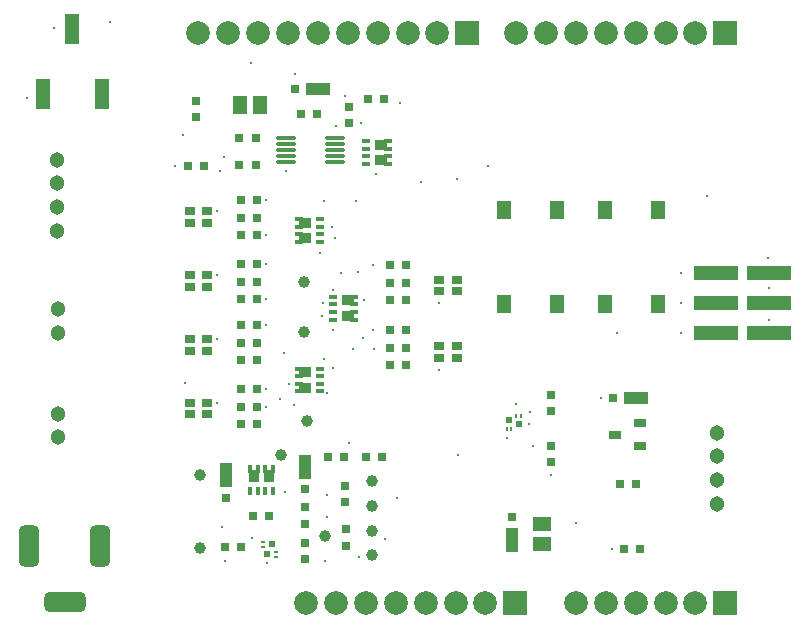
<source format=gts>
%FSTAX23Y23*%
%MOIN*%
%SFA1B1*%

%IPPOS*%
%AMD92*
4,1,8,0.016700,0.068900,-0.016700,0.068900,-0.033500,0.052100,-0.033500,-0.052100,-0.016700,-0.068900,0.016700,-0.068900,0.033500,-0.052100,0.033500,0.052100,0.016700,0.068900,0.0*
1,1,0.033600,0.016700,0.052100*
1,1,0.033600,-0.016700,0.052100*
1,1,0.033600,-0.016700,-0.052100*
1,1,0.033600,0.016700,-0.052100*
%
%AMD93*
4,1,8,0.068900,-0.016700,0.068900,0.016700,0.052100,0.033500,-0.052100,0.033500,-0.068900,0.016700,-0.068900,-0.016700,-0.052100,-0.033500,0.052100,-0.033500,0.068900,-0.016700,0.0*
1,1,0.033600,0.052100,-0.016700*
1,1,0.033600,0.052100,0.016700*
1,1,0.033600,-0.052100,0.016700*
1,1,0.033600,-0.052100,-0.016700*
%
%ADD64R,0.039400X0.037300*%
%ADD65R,0.039400X0.037400*%
%ADD66R,0.027600X0.011900*%
%ADD67R,0.029600X0.031600*%
%ADD68R,0.015800X0.008000*%
%ADD69R,0.019800X0.019800*%
%ADD70R,0.037300X0.039400*%
%ADD71R,0.037400X0.039400*%
%ADD72R,0.011900X0.027600*%
%ADD73R,0.150100X0.050100*%
%ADD74R,0.051300X0.061100*%
%ADD75O,0.067000X0.011900*%
%ADD76R,0.051300X0.059100*%
%ADD77R,0.031600X0.029600*%
%ADD78R,0.078800X0.043400*%
%ADD79R,0.031600X0.031600*%
%ADD80R,0.035500X0.027600*%
%ADD81R,0.040100X0.030100*%
%ADD82R,0.059100X0.051300*%
%ADD83R,0.043400X0.078800*%
%ADD84R,0.031600X0.031600*%
%ADD85R,0.008000X0.015800*%
%ADD86R,0.019800X0.019800*%
%ADD87R,0.047300X0.098500*%
%ADD88C,0.039400*%
%ADD89C,0.051300*%
%ADD90C,0.078800*%
%ADD91R,0.078800X0.078800*%
G04~CAMADD=92~8~0.0~0.0~670.0~1379.0~168.0~0.0~15~0.0~0.0~0.0~0.0~0~0.0~0.0~0.0~0.0~0~0.0~0.0~0.0~0.0~670.0~1379.0*
%ADD92D92*%
G04~CAMADD=93~8~0.0~0.0~670.0~1379.0~168.0~0.0~15~0.0~0.0~0.0~0.0~0~0.0~0.0~0.0~0.0~0~0.0~0.0~0.0~270.0~1378.0~669.0*
%ADD93D93*%
%ADD94C,0.011800*%
%LNvapeixshield-1*%
%LPD*%
G54D64*
X03104Y04373D03*
Y03874D03*
X03247Y04063D03*
X03357Y04582D03*
G54D65*
X03104Y04322D03*
Y03823D03*
X03247Y04114D03*
X03357Y04633D03*
G54D66*
X03155Y04309D03*
Y04335D03*
Y04386D03*
Y0436D03*
X03083D03*
Y04386D03*
Y04335D03*
Y04309D03*
X03155Y03811D03*
Y03836D03*
Y03887D03*
Y03862D03*
X03083D03*
Y03887D03*
Y03836D03*
Y03811D03*
X03196Y04127D03*
Y04101D03*
Y0405D03*
Y04076D03*
X03268D03*
Y0405D03*
Y04101D03*
Y04127D03*
X03306Y04646D03*
Y0462D03*
Y04569D03*
Y04595D03*
X03379D03*
Y04569D03*
Y0462D03*
Y04646D03*
G54D67*
X03368Y04784D03*
X03315D03*
X02885Y04565D03*
X02939D03*
X03092Y04735D03*
X03145D03*
X02713Y04563D03*
X02766D03*
X02885Y04654D03*
X02939D03*
X03386Y04173D03*
X0344D03*
X03386Y04232D03*
X0344D03*
X03386Y04114D03*
X0344D03*
X03386Y03957D03*
X0344D03*
X03386Y04016D03*
X0344D03*
X03386Y03898D03*
X0344D03*
X02943Y03701D03*
X0289D03*
X02943Y0376D03*
X0289D03*
X02943Y03914D03*
X0289D03*
X02943Y03819D03*
X0289D03*
X02943Y03973D03*
X0289D03*
X02943Y04032D03*
X0289D03*
X02943Y04118D03*
X0289D03*
X02943Y04177D03*
X0289D03*
X02943Y04236D03*
X0289D03*
X02943Y0439D03*
X0289D03*
X02943Y04331D03*
X0289D03*
X02943Y04449D03*
X0289D03*
X02983Y03397D03*
X0293D03*
X0289Y03291D03*
X02837D03*
X03235Y03592D03*
X03181D03*
X0336D03*
X03307D03*
X04207Y03503D03*
X04154D03*
X0422Y03287D03*
X04167D03*
G54D68*
X03007Y0326D03*
Y03276D03*
X02964Y03308D03*
Y03292D03*
G54D69*
X02976Y03268D03*
X02993Y03301D03*
G54D70*
X02984Y03529D03*
G54D71*
X02933Y03529D03*
G54D72*
X0292Y03478D03*
X02946D03*
X02997D03*
X02971D03*
Y03551D03*
X02997D03*
X02946D03*
X0292D03*
G54D73*
X04649Y04005D03*
X04474D03*
X04649Y04105D03*
X04474D03*
X04649Y04205D03*
X04474D03*
G54D74*
X04281Y04103D03*
Y04416D03*
X04104D03*
Y04103D03*
X03945D03*
Y04416D03*
X03768D03*
Y04103D03*
G54D75*
X03203Y04576D03*
Y04596D03*
Y04616D03*
Y04635D03*
Y04655D03*
X03042Y04576D03*
Y04596D03*
Y04616D03*
Y04635D03*
Y04655D03*
G54D76*
X02887Y04764D03*
X02954D03*
G54D77*
X02742Y04778D03*
Y04725D03*
X03236Y03497D03*
Y03443D03*
X0324Y03297D03*
Y03351D03*
X03249Y04758D03*
Y04705D03*
X03923Y03747D03*
Y038D03*
Y03629D03*
Y03576D03*
X03103Y03253D03*
Y03306D03*
Y03424D03*
Y0337D03*
G54D78*
X03147Y0482D03*
X04207Y03789D03*
G54D79*
X03072Y0482D03*
X04132Y03789D03*
G54D80*
X02778Y03986D03*
Y03947D03*
X02719Y03986D03*
Y03947D03*
X02778Y04199D03*
Y0416D03*
X02719Y04199D03*
Y0416D03*
X02778Y03773D03*
Y03734D03*
X02719Y03773D03*
Y03734D03*
X02778Y04412D03*
Y04372D03*
X02719Y04412D03*
Y04372D03*
X03551Y04144D03*
Y04183D03*
X0361Y04144D03*
Y04183D03*
X03551Y03923D03*
Y03962D03*
X0361Y03923D03*
Y03962D03*
G54D81*
X04137Y03667D03*
X04219Y03704D03*
Y03629D03*
G54D82*
X03893Y03303D03*
Y0337D03*
G54D83*
X03793Y03316D03*
X02839Y03532D03*
X03103Y03559D03*
G54D84*
X03793Y03391D03*
X02839Y03457D03*
X03103Y03484D03*
G54D85*
X03808Y0373D03*
X03824D03*
X03792Y03687D03*
X03776D03*
G54D86*
X03817Y03701D03*
X03784Y03717D03*
G54D87*
X02426Y04801D03*
X0223D03*
X02328Y05018D03*
G54D88*
X0311Y03712D03*
X03101Y04176D03*
Y04008D03*
X02755Y03532D03*
Y0329D03*
X03327Y03347D03*
X03326Y03429D03*
Y03512D03*
Y03267D03*
X03171Y03328D03*
X03025Y036D03*
G54D89*
X04477Y03594D03*
Y03673D03*
Y03515D03*
Y03437D03*
X02279Y04084D03*
Y04005D03*
X0228Y03737D03*
Y03658D03*
X02276Y04583D03*
Y04504D03*
Y04346D03*
Y04425D03*
G54D90*
X03146Y05005D03*
X03246D03*
X03348D03*
X03446D03*
X03543D03*
X03046D03*
X02946D03*
X02846D03*
X02746D03*
X03806D03*
X03906D03*
X04403D03*
X04306D03*
X04208D03*
X04106D03*
X04006D03*
X03106Y03105D03*
X03206D03*
X03703D03*
X03606D03*
X03508D03*
X03406D03*
X03306D03*
X04006D03*
X04106D03*
X04208D03*
X04306D03*
X04403D03*
G54D91*
X03643Y05005D03*
X04503D03*
X03803Y03105D03*
X04503D03*
G54D92*
X02185Y03297D03*
X02421D03*
G54D93*
X02303Y03108D03*
G54D94*
X03609Y0452D03*
X03715Y04561D03*
X03342Y04536D03*
X03249Y0364D03*
X03167Y04447D03*
X03273D03*
X03334Y03953D03*
X03265D03*
X03196Y03889D03*
X03176Y03807D03*
X0333Y04017D03*
X03297Y03989D03*
X03301Y04114D03*
X03224Y04204D03*
X03163Y04107D03*
X03167Y0392D03*
X03281Y04208D03*
X03196Y04148D03*
Y04017D03*
X03155Y04273D03*
X03204Y04322D03*
X03193Y0436D03*
X0333Y04232D03*
X0305Y03835D03*
X03034Y0394D03*
X02697Y04666D03*
X02819Y04545D03*
X04128Y03287D03*
X03411Y03454D03*
X04007Y03373D03*
X04092Y0379D03*
X03865Y03629D03*
X03923Y03531D03*
X04356Y04005D03*
X04145D03*
X04648Y04256D03*
X04649Y04156D03*
X04356Y04105D03*
X04357Y04205D03*
X02705Y03839D03*
X03042Y04545D03*
X03072Y04869D03*
X02924Y04905D03*
X02835Y04593D03*
X03066Y03766D03*
X03551Y03883D03*
Y04104D03*
X04649Y04049D03*
X03178Y03393D03*
X02827Y0336D03*
X02927Y03323D03*
X02975Y0376D03*
Y03819D03*
Y04032D03*
Y04118D03*
Y04236D03*
Y04331D03*
Y04449D03*
X0281Y03773D03*
Y03986D03*
Y04199D03*
Y04412D03*
X02669Y04563D03*
X03021Y03786D03*
X03236Y04796D03*
X03208Y04695D03*
X03419Y04772D03*
X03492Y04508D03*
X03289Y04707D03*
X03159Y04062D03*
X04445Y04463D03*
X02267Y05023D03*
X03171Y03247D03*
X02454Y05043D03*
X02837Y03245D03*
X02178Y04788D03*
X03176Y03466D03*
X03849Y03701D03*
X02977Y03239D03*
X03038Y03474D03*
X03285Y03259D03*
X0337Y0332D03*
X03613Y036D03*
X03808Y0377D03*
X03776Y03656D03*
X03853Y03742D03*
M02*
</source>
